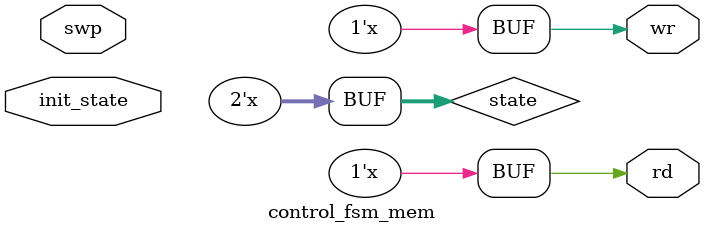
<source format=v>
module control_fsm_mem(swp,init_state,rd,wr);
  
  input swp;
  input [1:0] init_state;
  output rd,wr;
  
  wire [1:0] init_state;
  reg [1:0] state;
  reg rd,wr,iterator;
  
  initial
  begin
  iterator=0;
  state=2'b00;
  end
  //always
  //state=init_state;
 // always@(initial_state)
  
  always@(state,init_state)
  begin
    if(~iterator)
    begin
    case(state)
      2'b00 :begin
             rd=0;
             wr=0;
             if(init_state[1])
             begin
              if(init_state[0])
                state=2'b10;
              else
                state=2'b01;
             end
            else
              begin
              state=2'b00;
              end
            end
      2'b01 :begin
            rd=1;
            wr=0;
            if(swp)
              state=2'b10;
            else
              iterator=1;
              state=2'b00;
            end
            
      2'b10 :begin
            rd=1;
       
            wr=0;
            iterator=1;
            state=2'b00;
            end
    endcase
  end  //end if
  else
    iterator=0;
  end
  
endmodule

</source>
